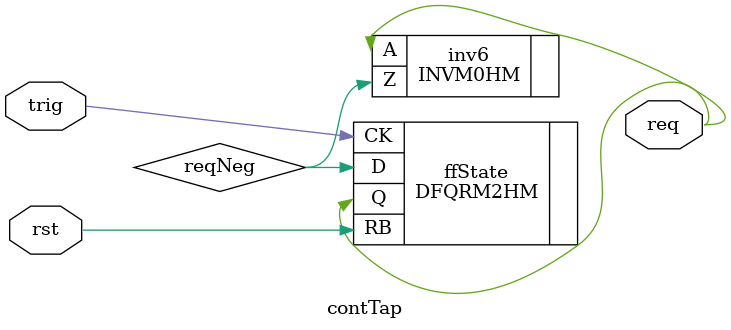
<source format=v>



`timescale 1ns / 1ps

module contTap(trig, req, rst);

input trig, rst;
output req;

wire reqNeg;

INVM0HM inv6 ( .A(req), .Z(reqNeg) );
DFQRM2HM ffState ( .D(reqNeg), .CK(trig), .RB(rst), .Q(req) );
endmodule

</source>
